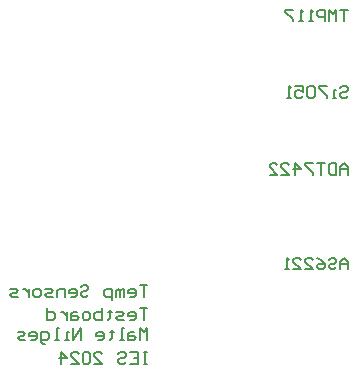
<source format=gbo>
G04*
G04 #@! TF.GenerationSoftware,Altium Limited,Altium Designer,24.5.2 (23)*
G04*
G04 Layer_Color=32896*
%FSLAX25Y25*%
%MOIN*%
G70*
G04*
G04 #@! TF.SameCoordinates,EE7ABEC0-FA62-49D2-8FE4-2AC88B8F3348*
G04*
G04*
G04 #@! TF.FilePolarity,Positive*
G04*
G01*
G75*
%ADD12C,0.00787*%
D12*
X270866Y294901D02*
X268242D01*
X269554D01*
Y290966D01*
X264963D02*
X266274D01*
X266930Y291622D01*
Y292934D01*
X266274Y293589D01*
X264963D01*
X264307Y292934D01*
Y292278D01*
X266930D01*
X262995Y290966D02*
Y293589D01*
X262339D01*
X261683Y292934D01*
Y290966D01*
Y292934D01*
X261027Y293589D01*
X260371Y292934D01*
Y290966D01*
X259059Y289654D02*
Y293589D01*
X257091D01*
X256435Y292934D01*
Y291622D01*
X257091Y290966D01*
X259059D01*
X248564Y294246D02*
X249220Y294901D01*
X250532D01*
X251187Y294246D01*
Y293589D01*
X250532Y292934D01*
X249220D01*
X248564Y292278D01*
Y291622D01*
X249220Y290966D01*
X250532D01*
X251187Y291622D01*
X245284Y290966D02*
X246596D01*
X247252Y291622D01*
Y292934D01*
X246596Y293589D01*
X245284D01*
X244628Y292934D01*
Y292278D01*
X247252D01*
X243316Y290966D02*
Y293589D01*
X241348D01*
X240692Y292934D01*
Y290966D01*
X239380D02*
X237412D01*
X236756Y291622D01*
X237412Y292278D01*
X238724D01*
X239380Y292934D01*
X238724Y293589D01*
X236756D01*
X234788Y290966D02*
X233477D01*
X232821Y291622D01*
Y292934D01*
X233477Y293589D01*
X234788D01*
X235444Y292934D01*
Y291622D01*
X234788Y290966D01*
X231509Y293589D02*
Y290966D01*
Y292278D01*
X230853Y292934D01*
X230197Y293589D01*
X229541D01*
X227573Y290966D02*
X225605D01*
X224949Y291622D01*
X225605Y292278D01*
X226917D01*
X227573Y292934D01*
X226917Y293589D01*
X224949D01*
X270866Y286977D02*
X268242D01*
X269554D01*
Y283041D01*
X264963D02*
X266274D01*
X266930Y283697D01*
Y285009D01*
X266274Y285665D01*
X264963D01*
X264307Y285009D01*
Y284353D01*
X266930D01*
X262995Y283041D02*
X261027D01*
X260371Y283697D01*
X261027Y284353D01*
X262339D01*
X262995Y285009D01*
X262339Y285665D01*
X260371D01*
X258403Y286321D02*
Y285665D01*
X259059D01*
X257747D01*
X258403D01*
Y283697D01*
X257747Y283041D01*
X255779Y286977D02*
Y283041D01*
X253811D01*
X253155Y283697D01*
Y284353D01*
Y285009D01*
X253811Y285665D01*
X255779D01*
X251187Y283041D02*
X249875D01*
X249220Y283697D01*
Y285009D01*
X249875Y285665D01*
X251187D01*
X251843Y285009D01*
Y283697D01*
X251187Y283041D01*
X247252Y285665D02*
X245940D01*
X245284Y285009D01*
Y283041D01*
X247252D01*
X247908Y283697D01*
X247252Y284353D01*
X245284D01*
X243972Y285665D02*
Y283041D01*
Y284353D01*
X243316Y285009D01*
X242660Y285665D01*
X242004D01*
X237412Y286977D02*
Y283041D01*
X239380D01*
X240036Y283697D01*
Y285009D01*
X239380Y285665D01*
X237412D01*
X270866Y276429D02*
Y280364D01*
X269554Y279052D01*
X268242Y280364D01*
Y276429D01*
X266274Y279052D02*
X264963D01*
X264307Y278396D01*
Y276429D01*
X266274D01*
X266930Y277084D01*
X266274Y277740D01*
X264307D01*
X262995Y276429D02*
X261683D01*
X262339D01*
Y280364D01*
X262995D01*
X259059Y279708D02*
Y279052D01*
X259715D01*
X258403D01*
X259059D01*
Y277084D01*
X258403Y276429D01*
X254467D02*
X255779D01*
X256435Y277084D01*
Y278396D01*
X255779Y279052D01*
X254467D01*
X253811Y278396D01*
Y277740D01*
X256435D01*
X248564Y276429D02*
Y280364D01*
X245940Y276429D01*
Y280364D01*
X244628Y276429D02*
X243316D01*
X243972D01*
Y279052D01*
X244628D01*
X241348Y276429D02*
X240036D01*
X240692D01*
Y280364D01*
X241348D01*
X236756Y275117D02*
X236101D01*
X235444Y275773D01*
Y279052D01*
X237412D01*
X238068Y278396D01*
Y277084D01*
X237412Y276429D01*
X235444D01*
X232165D02*
X233477D01*
X234133Y277084D01*
Y278396D01*
X233477Y279052D01*
X232165D01*
X231509Y278396D01*
Y277740D01*
X234133D01*
X230197Y276429D02*
X228229D01*
X227573Y277084D01*
X228229Y277740D01*
X229541D01*
X230197Y278396D01*
X229541Y279052D01*
X227573D01*
X270866Y272440D02*
X269554D01*
X270210D01*
Y268504D01*
X270866D01*
X269554D01*
X264963Y272440D02*
X267586D01*
Y268504D01*
X264963D01*
X267586Y270472D02*
X266274D01*
X261027Y271784D02*
X261683Y272440D01*
X262995D01*
X263651Y271784D01*
Y271128D01*
X262995Y270472D01*
X261683D01*
X261027Y269816D01*
Y269160D01*
X261683Y268504D01*
X262995D01*
X263651Y269160D01*
X253155Y268504D02*
X255779D01*
X253155Y271128D01*
Y271784D01*
X253811Y272440D01*
X255123D01*
X255779Y271784D01*
X251843D02*
X251187Y272440D01*
X249875D01*
X249220Y271784D01*
Y269160D01*
X249875Y268504D01*
X251187D01*
X251843Y269160D01*
Y271784D01*
X245284Y268504D02*
X247908D01*
X245284Y271128D01*
Y271784D01*
X245940Y272440D01*
X247252D01*
X247908Y271784D01*
X242004Y268504D02*
Y272440D01*
X243972Y270472D01*
X241348D01*
X337795Y386613D02*
X335172D01*
X336483D01*
Y382677D01*
X333859D02*
Y386613D01*
X332548Y385301D01*
X331236Y386613D01*
Y382677D01*
X329924D02*
Y386613D01*
X327956D01*
X327300Y385957D01*
Y384645D01*
X327956Y383989D01*
X329924D01*
X325988Y382677D02*
X324676D01*
X325332D01*
Y386613D01*
X325988Y385957D01*
X322708Y382677D02*
X321396D01*
X322052D01*
Y386613D01*
X322708Y385957D01*
X319428Y386613D02*
X316805D01*
Y385957D01*
X319428Y383333D01*
Y382677D01*
X335172Y360366D02*
X335827Y361022D01*
X337139D01*
X337795Y360366D01*
Y359710D01*
X337139Y359054D01*
X335827D01*
X335172Y358399D01*
Y357743D01*
X335827Y357087D01*
X337139D01*
X337795Y357743D01*
X333859Y357087D02*
X332548D01*
X333204D01*
Y359710D01*
X333859D01*
X330580Y361022D02*
X327956D01*
Y360366D01*
X330580Y357743D01*
Y357087D01*
X326644Y360366D02*
X325988Y361022D01*
X324676D01*
X324020Y360366D01*
Y357743D01*
X324676Y357087D01*
X325988D01*
X326644Y357743D01*
Y360366D01*
X320085Y361022D02*
X322708D01*
Y359054D01*
X321396Y359710D01*
X320740D01*
X320085Y359054D01*
Y357743D01*
X320740Y357087D01*
X322052D01*
X322708Y357743D01*
X318773Y357087D02*
X317461D01*
X318117D01*
Y361022D01*
X318773Y360366D01*
X337795Y331496D02*
Y334120D01*
X336483Y335432D01*
X335172Y334120D01*
Y331496D01*
Y333464D01*
X337795D01*
X333859Y335432D02*
Y331496D01*
X331892D01*
X331236Y332152D01*
Y334776D01*
X331892Y335432D01*
X333859D01*
X329924D02*
X327300D01*
X328612D01*
Y331496D01*
X325988Y335432D02*
X323364D01*
Y334776D01*
X325988Y332152D01*
Y331496D01*
X320085D02*
Y335432D01*
X322052Y333464D01*
X319428D01*
X315493Y331496D02*
X318117D01*
X315493Y334120D01*
Y334776D01*
X316149Y335432D01*
X317461D01*
X318117Y334776D01*
X311557Y331496D02*
X314181D01*
X311557Y334120D01*
Y334776D01*
X312213Y335432D01*
X313525D01*
X314181Y334776D01*
X337795Y300000D02*
Y302624D01*
X336483Y303936D01*
X335172Y302624D01*
Y300000D01*
Y301968D01*
X337795D01*
X331236Y303280D02*
X331892Y303936D01*
X333204D01*
X333859Y303280D01*
Y302624D01*
X333204Y301968D01*
X331892D01*
X331236Y301312D01*
Y300656D01*
X331892Y300000D01*
X333204D01*
X333859Y300656D01*
X327300Y303936D02*
X328612Y303280D01*
X329924Y301968D01*
Y300656D01*
X329268Y300000D01*
X327956D01*
X327300Y300656D01*
Y301312D01*
X327956Y301968D01*
X329924D01*
X323364Y300000D02*
X325988D01*
X323364Y302624D01*
Y303280D01*
X324020Y303936D01*
X325332D01*
X325988Y303280D01*
X319428Y300000D02*
X322052D01*
X319428Y302624D01*
Y303280D01*
X320085Y303936D01*
X321396D01*
X322052Y303280D01*
X318117Y300000D02*
X316805D01*
X317461D01*
Y303936D01*
X318117Y303280D01*
M02*

</source>
